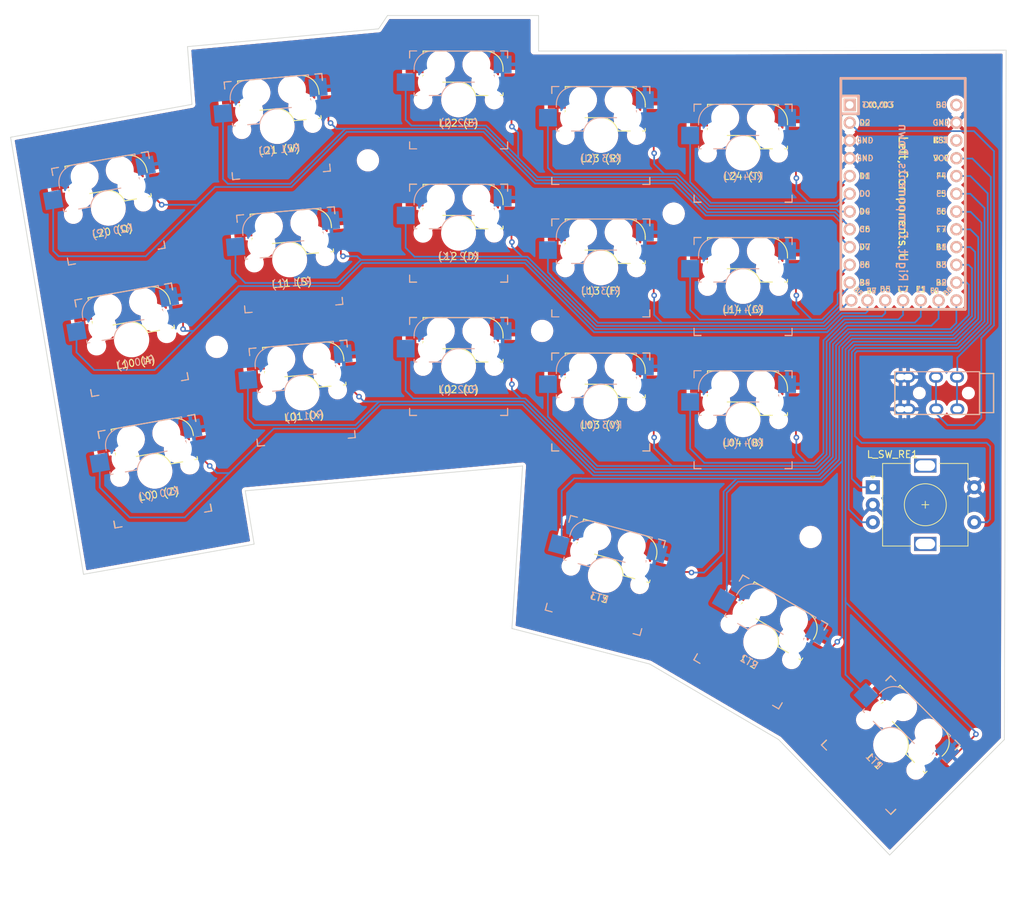
<source format=kicad_pcb>
(kicad_pcb (version 20211014) (generator pcbnew)
  (layers (0 "F.Cu" signal) (31 "B.Cu" signal) (34 "B.Paste" user) (35 "F.Paste" user) (36 "B.SilkS" user "B.Silkscreen") (37 "F.SilkS" user "F.Silkscreen") (38 "B.Mask" user) (39 "F.Mask" user) (44 "Edge.Cuts" user))
  (net 0 "")
  (net 2 "L_R1")
  (net 3 "L_GND")
  (net 4 "L_SW_24")
  (net 5 "L_SW_23")
  (net 6 "L_SW_22")
  (net 7 "L_SW_21")
  (net 8 "L_SW_20")
  (net 9 "L_SW_T3")
  (net 10 "L_SW_T2")
  (net 11 "L_SW_T1")
  (net 12 "L_SW_RE_B")
  (net 13 "L_SW_RE_A")
  (net 14 "L_SW_RE_CLK")
  (net 15 "L_VCC")
  (net 16 "L_SW_14")
  (net 17 "L_SW_13")
  (net 18 "L_SW_12")
  (net 19 "L_SW_01")
  (net 20 "L_SW_00")
  (net 21 "L_RST")
  (net 22 "L_PWR")
  (net 23 "L_SW_11")
  (net 24 "L_SW_10")
  (net 25 "L_SW_04")
  (net 26 "L_SW_03")
  (net 27 "L_SW_02")
  (footprint "Rotary_Encoder:RotaryEncoder_Alps_EC11E-Switch_Vertical_H20mm" (layer "F.Cu") (at 137.922 88.392)
    (fp_text reference "L_SW_RE1")
    (fp_text value "RotaryEncoder_Switch")
  )
  (footprint "burp_fart_keyswitches:Kailh_socket_MX_pads_flipped" (layer "F.Cu") (at 28.702 48.514 10)
    (fp_text reference "L_SW__20")
    (fp_text value "L20 (Q)" hide)
  )
  (footprint "burp_fart_keyswitches:Kailh_socket_MX_pads_flipped" (layer "F.Cu") (at 56.388 74.93 5)
    (fp_text reference "L_SW__01")
    (fp_text value "L01 (X)" hide)
  )
  (footprint "burp_fart_keyswitches:Kailh_socket_MX_pads_flipped" (layer "F.Cu") (at 119.38 78.74)
    (fp_text reference "L_SW__04")
    (fp_text value "L04 (B)" hide)
  )
  (footprint "burp_fart_keyswitches:Kailh_socket_MX_pads_flipped" (layer "F.Cu") (at 99.06 57.03)
    (fp_text reference "L_SW__13")
    (fp_text value "L13 (F)" hide)
  )
  (footprint "MountingHole:MountingHole_2.2mm_M2" (layer "F.Cu") (at 109.474 49.276)
    (fp_text reference "REF**" hide)
    (fp_text value "MountingHole_2.2mm_M2")
  )
  (footprint "burp_fart_keyswitches:Kailh_socket_MX_pads_flipped" (layer "F.Cu") (at 121.92 110.51 -30)
    (fp_text reference "L_SW__T2")
    (fp_text value "LT2" hide)
  )
  (footprint "burp_fart_keyswitches:Kailh_socket_MX_pads_flipped" (layer "F.Cu") (at 99.06 38.1)
    (fp_text reference "L_SW__23")
    (fp_text value "L23 (R)" hide)
  )
  (footprint "burp_fart_keyswitches:TRRS-PJ-320A_reversible" (layer "F.Cu") (at 153.1945 74.93 -90)
    (fp_text reference "L_TRRS1")
    (fp_text value "TRRS")
  )
  (footprint "burp_fart_keyswitches:Kailh_socket_MX_pads_flipped" (layer "F.Cu") (at 99.06 76.2)
    (fp_text reference "L_SW__03")
    (fp_text value "L03 (V)" hide)
  )
  (footprint "burp_fart_keyswitches:Kailh_socket_MX_pads_flipped" (layer "F.Cu") (at 32.035721 67.31 10)
    (fp_text reference "L_SW__10")
    (fp_text value "L10 (A)" hide)
  )
  (footprint "burp_fart_keyswitches:Kailh_socket_MX_pads_flipped" (layer "F.Cu") (at 78.74 52.07)
    (fp_text reference "L_SW__12")
    (fp_text value "L12 (D)" hide)
  )
  (footprint "burp_fart_keyswitches:Kailh_socket_MX_pads_flipped" (layer "F.Cu") (at 54.61 55.88 5)
    (fp_text reference "L_SW__11")
    (fp_text value "L11 (S)" hide)
  )
  (footprint "Keebio-Parts:Elite-C" (layer "F.Cu") (at 142.24 47.70675 -90)
    (fp_text reference "L_EC1" hide)
    (fp_text value "Elite-C" hide)
  )
  (footprint "burp_fart_keyswitches:Kailh_socket_MX_pads_flipped" (layer "F.Cu") (at 119.38 59.69)
    (fp_text reference "L_SW__14")
    (fp_text value "L14 (G)" hide)
  )
  (footprint "burp_fart_keyswitches:Kailh_socket_MX_pads_flipped" (layer "F.Cu") (at 99.7 101 -15)
    (fp_text reference "L_SW__T3")
    (fp_text value "LT3" hide)
  )
  (footprint "burp_fart_keyswitches:Kailh_socket_MX_pads_flipped" (layer "F.Cu") (at 35.358429 86.1 10)
    (fp_text reference "L_SW__00")
    (fp_text value "L00 (Z)" hide)
  )
  (footprint "MountingHole:MountingHole_2.2mm_M2" (layer "F.Cu") (at 90.678 66.04)
    (fp_text reference "REF**" hide)
    (fp_text value "MountingHole_2.2mm_M2")
  )
  (footprint "burp_fart_keyswitches:Kailh_socket_MX_pads_flipped" (layer "F.Cu") (at 78.74 33.02)
    (fp_text reference "L_SW__22")
    (fp_text value "L22 (E)" hide)
  )
  (footprint "burp_fart_keyswitches:Kailh_socket_MX_pads_flipped" (layer "F.Cu") (at 119.38 40.64)
    (fp_text reference "L_SW__24")
    (fp_text value "L24 (T)" hide)
  )
  (footprint "MountingHole:MountingHole_2.2mm_M2" (layer "F.Cu") (at 129.032 95.504)
    (fp_text reference "REF**" hide)
    (fp_text value "MountingHole_2.2mm_M2")
  )
  (footprint "MountingHole:MountingHole_2.2mm_M2" (layer "F.Cu") (at 65.786 41.656)
    (fp_text reference "REF**" hide)
    (fp_text value "MountingHole_2.2mm_M2")
  )
  (footprint "burp_fart_keyswitches:Kailh_socket_MX_pads_flipped" (layer "F.Cu") (at 78.74 71.12)
    (fp_text reference "L_SW__02")
    (fp_text value "L02 (C)" hide)
  )
  (footprint "burp_fart_keyswitches:Kailh_socket_MX_pads_flipped" (layer "F.Cu") (at 140.5 125.26 -45)
    (fp_text reference "L_SW__T1")
    (fp_text value "LT1" hide)
  )
  (footprint "MountingHole:MountingHole_2.2mm_M2" (layer "F.Cu") (at 44.196 68.326)
    (fp_text reference "REF**" hide)
    (fp_text value "MountingHole_2.2mm_M2")
  )
  (footprint "burp_fart_keyswitches:Kailh_socket_MX_pads_flipped" (layer "F.Cu") (at 52.832 36.83 5)
    (fp_text reference "L_SW__21")
    (fp_text value "L21 (W)" hide)
  )
  (footprint "burp_fart_keyswitches:Kailh_socket_MX_pads_flipped" (layer "B.Cu") (at 140.462 125.222 135)
    (fp_text reference "R_SW__T1")
    (fp_text value "RT1" hide)
  )
  (footprint "burp_fart_keyswitches:Kailh_socket_MX_pads_flipped" (layer "B.Cu") (at 99.06 76.2 180)
    (fp_text reference "R_SW__03")
    (fp_text value "R03 (M)" hide)
  )
  (footprint "burp_fart_keyswitches:Kailh_socket_MX_pads_flipped" (layer "B.Cu") (at 121.9 110.5 150)
    (fp_text reference "R_SW__T2")
    (fp_text value "RT2" hide)
  )
  (footprint "burp_fart_keyswitches:Kailh_socket_MX_pads_flipped" (layer "B.Cu") (at 78.74 33.02 180)
    (fp_text reference "R_SW__22")
    (fp_text value "R22 (I)" hide)
  )
  (footprint "burp_fart_keyswitches:Kailh_socket_MX_pads_flipped" (layer "B.Cu") (at 52.832 36.83 -175)
    (fp_text reference "R_SW__21")
    (fp_text value "R21 (O)" hide)
  )
  (footprint "burp_fart_keyswitches:Kailh_socket_MX_pads_flipped" (layer "B.Cu") (at 56.388 74.93 -175)
    (fp_text reference "R_SW__01")
    (fp_text value "R01 (.)" hide)
  )
  (footprint "burp_fart_keyswitches:Kailh_socket_MX_pads_flipped" (layer "B.Cu") (at 78.74 52.07 180)
    (fp_text reference "R_SW__12")
    (fp_text value "R12 (K)" hide)
  )
  (footprint "burp_fart_keyswitches:Kailh_socket_MX_pads_flipped" (layer "B.Cu") (at 28.702 48.514 -170)
    (fp_text reference "R_SW__20")
    (fp_text value "R20 (P)" hide)
  )
  (footprint "burp_fart_keyswitches:Kailh_socket_MX_pads_flipped" (layer "B.Cu") (at 99.06 57.03 180)
    (fp_text reference "R_SW__13")
    (fp_text value "R13 (J)" hide)
  )
  (footprint "burp_fart_keyswitches:Kailh_socket_MX_pads_flipped" (layer "B.Cu") (at 99.06 38.1 180)
    (fp_text reference "R_SW__23")
    (fp_text value "R23 (U)" hide)
  )
  (footprint "burp_fart_keyswitches:Kailh_socket_MX_pads_flipped" (layer "B.Cu") (at 78.74 71.12 180)
    (fp_text reference "R_SW__02")
    (fp_text value "R02 (,)" hide)
  )
  (footprint "burp_fart_keyswitches:Kailh_socket_MX_pads_flipped" (layer "B.Cu") (at 35.306 86.106 -170)
    (fp_text reference "R_SW__00")
    (fp_text value "R00 (/)" hide)
  )
  (footprint "burp_fart_keyswitches:Kailh_socket_MX_pads_flipped" (layer "B.Cu") (at 32.004 67.31 -170)
    (fp_text reference "R_SW__10")
    (fp_text value "R10 (;)" hide)
  )
  (footprint "burp_fart_keyswitches:Kailh_socket_MX_pads_flipped" (layer "B.Cu") (at 54.61 55.88 -175)
    (fp_text reference "R_SW__11")
    (fp_text value "R11 (L)" hide)
  )
  (footprint "burp_fart_keyswitches:Kailh_socket_MX_pads_flipped" (layer "B.Cu") (at 119.38 59.69 180)
    (fp_text reference "R_SW__14")
    (fp_text value "R14 (H)" hide)
  )
  (footprint "burp_fart_keyswitches:Kailh_socket_MX_pads_flipped" (layer "B.Cu") (at 119.38 78.74 180)
    (fp_text reference "R_SW__04")
    (fp_text value "R04 (N)" hide)
  )
  (footprint "burp_fart_keyswitches:Kailh_socket_MX_pads_flipped" (layer "B.Cu") (at 99.7 101 165)
    (fp_text reference "R_SW__T3")
    (fp_text value "RT3" hide)
  )
  (footprint "burp_fart_keyswitches:Kailh_socket_MX_pads_flipped" (layer "B.Cu") (at 119.38 40.64 180)
    (fp_text reference "R_SW__24")
    (fp_text value "R24 (Y)" hide)
  )
  (gr_line (start 86.36 108.585) (end 87.884 85.344) (layer "Edge.Cuts") (width 0.1))
  (gr_line (start 48.26 88.9) (end 49.53 96.52) (layer "Edge.Cuts") (width 0.1))
  (gr_line (start 67.31 22.86) (end 68.58 20.955) (layer "Edge.Cuts") (width 0.1))
  (gr_line (start 140.335 140.97) (end 124.46 124.46) (layer "Edge.Cuts") (width 0.1))
  (gr_line (start 40.005 25.4) (end 67.31 22.86) (layer "Edge.Cuts") (width 0.1))
  (gr_line (start 49.53 96.52) (end 25.146 100.838) (layer "Edge.Cuts") (width 0.1))
  (gr_line (start 90.17 20.955) (end 90.17 26.035) (layer "Edge.Cuts") (width 0.1))
  (gr_line (start 40.64 33.655) (end 40.005 25.4) (layer "Edge.Cuts") (width 0.1))
  (gr_line (start 68.58 20.955) (end 90.17 20.955) (layer "Edge.Cuts") (width 0.1))
  (gr_line (start 90.17 26.035) (end 109.855 26.035) (layer "Edge.Cuts") (width 0.1))
  (gr_line (start 14.732 38.354) (end 40.64 33.655) (layer "Edge.Cuts") (width 0.1))
  (gr_line (start 156.972 25.908) (end 156.718 124.46) (layer "Edge.Cuts") (width 0.1))
  (gr_line (start 25.146 100.838) (end 14.732 38.354) (layer "Edge.Cuts") (width 0.1))
  (gr_line (start 87.884 85.344) (end 48.26 88.9) (layer "Edge.Cuts") (width 0.1))
  (gr_line (start 156.718 124.46) (end 140.335 140.97) (layer "Edge.Cuts") (width 0.1))
  (gr_line (start 106.045 113.665) (end 86.36 108.585) (layer "Edge.Cuts") (width 0.1))
  (gr_line (start 124.46 124.46) (end 106.045 113.665) (layer "Edge.Cuts") (width 0.1))
  (gr_line (start 156.972 25.908) (end 109.855 26.035) (layer "Edge.Cuts") (width 0.1))
  (segment (start 153.416 67.067168) (end 153.416 78.486) (width 0.25) (layer "B.Cu") (net 2))
  (segment (start 135.8213 37.47805) (end 152.37405 37.47805) (width 0.25) (layer "B.Cu") (net 2))
  (segment (start 152.37405 37.47805) (end 155.238 40.342) (width 0.25) (layer "B.Cu") (net 2))
  (segment (start 155.238 65.245168) (end 153.416 67.067168) (width 0.25) (layer "B.Cu") (net 2))
  (segment (start 153.416 78.486) (end 152.4 79.502) (width 0.25) (layer "B.Cu") (net 2))
  (segment (start 152.4 79.502) (end 148.59 79.502) (width 0.25) (layer "B.Cu") (net 2))
  (segment (start 146.9485 72.632) (end 146.9485 77.184) (width 0.25) (layer "B.Cu") (net 2))
  (segment (start 146.9485 77.184) (end 146.9945 77.23) (width 0.25) (layer "B.Cu") (net 2))
  (segment (start 155.238 40.342) (end 155.238 65.245168) (width 0.25) (layer "B.Cu") (net 2))
  (segment (start 148.59 79.502) (end 146.9945 77.9065) (width 0.25) (layer "B.Cu") (net 2))
  (segment (start 146.9945 77.9065) (end 146.9945 77.23) (width 0.25) (layer "B.Cu") (net 2))
  (segment (start 134.62 36.27675) (end 135.8213 37.47805) (width 0.25) (layer "B.Cu") (net 2))
  (segment (start 126.94 44.136) (end 126.94 38.1) (width 0.25) (layer "F.Cu") (net 4))
  (segment (start 127 44.196) (end 126.94 44.136) (width 0.25) (layer "F.Cu") (net 4))
  (via (at 127 44.196) (size 0.8) (drill 0.4) (layers "F.Cu" "B.Cu") (net 4))
  (segment (start 128.756 47.73) (end 127 45.974) (width 0.25) (layer "B.Cu") (net 4))
  (segment (start 133.4187 47.001654) (end 132.690354 47.73) (width 0.25) (layer "B.Cu") (net 4))
  (segment (start 134.62 43.89675) (end 133.4187 45.09805) (width 0.25) (layer "B.Cu") (net 4))
  (segment (start 128.756 47.73) (end 114.791584 47.73) (width 0.25) (layer "B.Cu") (net 4))
  (segment (start 111.82 44.758416) (end 111.82 38.1) (width 0.25) (layer "B.Cu") (net 4))
  (segment (start 127 45.974) (end 127 44.196) (width 0.25) (layer "B.Cu") (net 4))
  (segment (start 133.4187 45.09805) (end 133.4187 47.001654) (width 0.25) (layer "B.Cu") (net 4))
  (segment (start 128.8 47.73) (end 128.756 47.73) (width 0.25) (layer "B.Cu") (net 4))
  (segment (start 114.791584 47.73) (end 111.82 44.758416) (width 0.25) (layer "B.Cu") (net 4))
  (segment (start 132.690354 47.73) (end 128.8 47.73) (width 0.25) (layer "B.Cu") (net 4))
  (segment (start 106.62 40.58) (end 106.62 35.56) (width 0.25) (layer "F.Cu") (net 5))
  (segment (start 106.68 40.64) (end 106.62 40.58) (width 0.25) (layer "F.Cu") (net 5))
  (via (at 106.68 40.64) (size 0.8) (drill 0.4) (layers "F.Cu" "B.Cu") (net 5))
  (segment (start 134.62 46.43675) (end 132.87675 48.18) (width 0.25) (layer "B.Cu") (net 5))
  (segment (start 108.124 43.608) (end 92.376 43.608) (width 0.25) (layer "B.Cu") (net 5))
  (segment (start 114.605188 48.18) (end 110.033188 43.608) (width 0.25) (layer "B.Cu") (net 5))
  (segment (start 132.87675 48.18) (end 114.605188 48.18) (width 0.25) (layer "B.Cu") (net 5))
  (segment (start 108.124 43.608) (end 106.68 42.164) (width 0.25) (layer "B.Cu") (net 5))
  (segment (start 106.68 42.164) (end 106.68 40.64) (width 0.25) (layer "B.Cu") (net 5))
  (segment (start 92.376 43.608) (end 91.5 42.732) (width 0.25) (layer "B.Cu") (net 5))
  (segment (start 91.5 42.732) (end 91.5 35.56) (width 0.25) (layer "B.Cu") (net 5))
  (segment (start 110.033188 43.608) (end 108.124 43.608) (width 0.25) (layer "B.Cu") (net 5))
  (segment (start 86.3 36.77) (end 86.3 30.48) (width 0.25) (layer "F.Cu") (net 6))
  (segment (start 86.36 36.83) (end 86.3 36.77) (width 0.25) (layer "F.Cu") (net 6))
  (via (at 86.36 36.83) (size 0.8) (drill 0.4) (layers "F.Cu" "B.Cu") (net 6))
  (segment (start 87.250396 41.273604) (end 82.668792 36.692) (width 0.25) (layer "B.Cu") (net 6))
  (segment (start 133.096 49.022) (end 132.704 48.63) (width 0.25) (layer "B.Cu") (net 6))
  (segment (start 87.250396 41.273604) (end 87.250396 37.720396) (width 0.25) (layer "B.Cu") (net 6))
  (segment (start 71.18 35.874) (end 71.18 30.48) (width 0.25) (layer "B.Cu") (net 6))
  (segment (start 90.034792 44.058) (end 87.250396 41.273604) (width 0.25) (layer "B.Cu") (net 6))
  (segment (start 71.998 36.692) (end 71.18 35.874) (width 0.25) (layer "B.Cu") (net 6))
  (segment (start 82.668792 36.692) (end 71.998 36.692) (width 0.25) (layer "B.Cu") (net 6))
  (segment (start 114.418792 48.63) (end 109.846792 44.058) (width 0.25) (layer "B.Cu") (net 6))
  (segment (start 133.14125 48.97675) (end 133.096 49.022) (width 0.25) (layer "B.Cu") (net 6))
  (segment (start 134.62 48.97675) (end 133.14125 48.97675) (width 0.25) (layer "B.Cu") (net 6))
  (segment (start 132.704 48.63) (end 114.418792 48.63) (width 0.25) (layer "B.Cu") (net 6))
  (segment (start 109.846792 44.058) (end 90.034792 44.058) (width 0.25) (layer "B.Cu") (net 6))
  (segment (start 87.250396 37.720396) (end 86.36 36.83) (width 0.25) (layer "B.Cu") (net 6))
  (segment (start 60.141856 36.011856) (end 60.141856 33.640768) (width 0.25) (layer "F.Cu") (net 7))
  (segment (start 60.452 36.322) (end 60.141856 36.011856) (width 0.25) (layer "F.Cu") (net 7))
  (via (at 60.452 36.322) (size 0.8) (drill 0.4) (layers "F.Cu" "B.Cu") (net 7))
  (segment (start 62.551604 37.142) (end 61.272 37.142) (width 0.25) (layer "B.Cu") (net 7))
  (segment (start 45.079392 44.317392) (end 45.079392 34.958563) (width 0.25) (layer "B.Cu") (net 7))
  (segment (start 61.272 37.142) (end 60.452 36.322) (width 0.25) (layer "B.Cu") (net 7))
  (segment (start 45.778 45.016) (end 45.079392 44.317392) (width 0.25) (layer "B.Cu") (net 7))
  (segment (start 109.660396 44.508) (end 89.848396 44.508) (width 0.25) (layer "B.Cu") (net 7))
  (segment (start 82.482396 37.142) (end 62.551604 37.142) (width 0.25) (layer "B.Cu") (net 7))
  (segment (start 132.517604 49.08) (end 114.232396 49.08) (width 0.25) (layer "B.Cu") (net 7))
  (segment (start 134.62 51.182396) (end 132.517604 49.08) (width 0.25) (layer "B.Cu") (net 7))
  (segment (start 134.62 51.51675) (end 134.62 51.182396) (width 0.25) (layer "B.Cu") (net 7))
  (segment (start 62.551604 37.142) (end 54.677604 45.016) (width 0.25) (layer "B.Cu") (net 7))
  (segment (start 54.677604 45.016) (end 45.778 45.016) (width 0.25) (layer "B.Cu") (net 7))
  (segment (start 114.232396 49.08) (end 109.660396 44.508) (width 0.25) (layer "B.Cu") (net 7))
  (segment (start 89.848396 44.508) (end 82.482396 37.142) (width 0.25) (layer "B.Cu") (net 7))
  (segment (start 35.70608 47.39008) (end 35.70608 44.699808) (width 0.25) (layer "F.Cu") (net 8))
  (segment (start 36.322 48.006) (end 35.70608 47.39008) (width 0.25) (layer "F.Cu") (net 8))
  (via (at 36.322 48.006) (size 0.8) (drill 0.4) (layers "F.Cu" "B.Cu") (net 8))
  (segment (start 132.331208 49.53) (end 114.046 49.53) (width 0.25) (layer "B.Cu") (net 8))
  (segment (start 82.296 37.592) (end 62.738 37.592) (width 0.25) (layer "B.Cu") (net 8))
  (segment (start 109.474 44.958) (end 89.662 44.958) (width 0.25) (layer "B.Cu") (net 8))
  (segment (start 62.738 37.592) (end 54.864 45.466) (width 0.25) (layer "B.Cu") (net 8))
  (segment (start 134.62 54.05675) (end 133.4187 52.85545) (width 0.25) (layer "B.Cu") (net 8))
  (segment (start 41.275 48.133) (end 34.036 55.372) (width 0.25) (layer "B.Cu") (net 8))
  (segment (start 21.59 55.372) (end 20.815787 54.597787) (width 0.25) (layer "B.Cu") (net 8))
  (segment (start 41.275 48.133) (end 41.148 48.006) (width 0.25) (layer "B.Cu") (net 8))
  (segment (start 54.864 45.466) (end 43.942 45.466) (width 0.25) (layer "B.Cu") (net 8))
  (segment (start 20.815787 54.597787) (end 20.815787 47.325369) (width 0.25) (layer "B.Cu") (net 8))
  (segment (start 89.662 44.958) (end 82.296 37.592) (width 0.25) (layer "B.Cu") (net 8))
  (segment (start 133.4187 52.85545) (end 133.4187 50.617492) (width 0.25) (layer "B.Cu") (net 8))
  (segment (start 34.036 55.372) (end 21.59 55.372) (width 0.25) (layer "B.Cu") (net 8))
  (segment (start 133.4187 50.617492) (end 132.331208 49.53) (width 0.25) (layer "B.Cu") (net 8))
  (segment (start 114.046 49.53) (end 109.474 44.958) (width 0.25) (layer "B.Cu") (net 8))
  (segment (start 41.148 48.006) (end 36.322 48.006) (width 0.25) (layer "B.Cu") (net 8))
  (segment (start 43.942 45.466) (end 41.275 48.133) (width 0.25) (layer "B.Cu") (net 8))
  (segment (start 112.014 100.584) (end 111.93322 100.50322) (width 0.25) (layer "F.Cu") (net 9))
  (segment (start 111.93322 100.50322) (end 107.6598 100.50322) (width 0.25) (layer "F.Cu") (net 9))
  (via (at 112.014 100.584) (size 0.8) (drill 0.4) (layers "F.Cu" "B.Cu") (net 9))
  (segment (start 133.118 84.43998) (end 133.118 68.31796) (width 0.25) (layer "B.Cu") (net 9))
  (segment (start 112.014 100.584) (end 113.81021 100.584) (width 0.25) (layer "B.Cu") (net 9))
  (segment (start 116.60421 97.79) (end 116.60421 89.007394) (width 0.25) (layer "B.Cu") (net 9))
  (segment (start 151.59275 56.59675) (end 149.86 56.59675) (width 0.25) (layer "B.Cu") (net 9))
  (segment (start 116.60421 89.007394) (end 118.386 87.225604) (width 0.25) (layer "B.Cu") (net 9))
  (segment (start 93.472 96.640999) (end 93.472 90.678) (width 0.25) (layer "B.Cu") (net 9))
  (segment (start 93.472 90.678) (end 93.472 88.9) (width 0.25) (layer "B.Cu") (net 9))
  (segment (start 113.81021 100.584) (end 116.60421 97.79) (width 0.25) (layer "B.Cu") (net 9))
  (segment (start 96.266 87.122) (end 96.288 87.144) (width 0.25) (layer "B.Cu") (net 9))
  (segment (start 149.342396 66.686) (end 152.088 63.940396) (width 0.25) (layer "B.Cu") (net 9))
  (segment (start 93.472 88.9) (end 95.25 87.122) (width 0.25) (layer "B.Cu") (net 9))
  (segment (start 118.386 87.144) (end 130.41398 87.144) (width 0.25) (layer "B.Cu") (net 9))
  (segment (start 95.25 87.122) (end 96.266 87.122) (width 0.25) (layer "B.Cu") (net 9))
  (segment (start 152.088 57.092) (end 151.59275 56.59675) (width 0.25) (layer "B.Cu") (net 9))
  (segment (start 96.288 87.144) (end 118.386 87.144) (width 0.25) (layer "B.Cu") (net 9))
  (segment (start 152.088 63.940396) (end 152.088 57.092) (width 0.25) (layer "B.Cu") (net 9))
  (segment (start 118.386 87.225604) (end 118.386 87.144) (width 0.25) (layer "B.Cu") (net 9))
  (segment (start 133.118 68.31796) (end 134.74996 66.686) (width 0.25) (layer "B.Cu") (net 9))
  (segment (start 134.74996 66.686) (end 149.342396 66.686) (width 0.25) (layer "B.Cu") (net 9))
  (segment (start 130.41398 87.144) (end 133.118 84.43998) (width 0.25) (layer "B.Cu") (net 9))
  (segment (start 131.251705 112.080295) (end 129.717152 112.080295) (width 0.25) (layer "F.Cu") (net 10))
  (segment (start 132.842 110.49) (end 131.251705 112.080295) (width 0.25) (layer "F.Cu") (net 10))
  (via (at 132.842 110.49) (size 0.8) (drill 0.4) (layers "F.Cu" "B.Cu") (net 10))
  (segment (start 118.654 87.594) (end 130.600376 87.594) (width 0.25) (layer "B.Cu") (net 10))
  (segment (start 152.538 54.748) (end 151.84675 54.05675) (width 0.25) (layer "B.Cu") (net 10))
  (segment (start 151.84675 54.05675) (end 149.86 54.05675) (width 0.25) (layer "B.Cu") (net 10))
  (segment (start 134.936356 67.136) (end 149.528792 67.136) (width 0.25) (layer "B.Cu") (net 10))
  (segment (start 133.568 109.764) (end 132.842 110.49) (width 0.25) (layer "B.Cu") (net 10))
  (segment (start 149.528792 67.136) (end 152.538 64.126792) (width 0.25) (layer "B.Cu") (net 10))
  (segment (start 117.05421 89.19379) (end 118.654 87.594) (width 0.25) (layer "B.Cu") (net 10))
  (segment (start 133.568 68.504356) (end 134.936356 67.136) (width 0.25) (layer "B.Cu") (net 10))
  (segment (start 133.568 84.626376) (end 133.568 109.764) (width 0.25) (layer "B.Cu") (net 10))
  (segment (start 117.05421 104.747795) (end 117.05421 89.19379) (width 0.25) (layer "B.Cu") (net 10))
  (segment (start 133.568 84.626376) (end 133.568 68.504356) (width 0.25) (layer "B.Cu") (net 10))
  (segment (start 130.600376 87.594) (end 133.568 84.626376) (width 0.25) (layer "B.Cu") (net 10))
  (segment (start 152.538 64.126792) (end 152.538 54.748) (width 0.25) (layer "B.Cu") (net 10))
  (segment (start 152.654 123.721454) (end 147.603778 128.771676) (width 0.25) (layer "F.Cu") (net 11))
  (segment (start 152.654 123.698) (end 152.654 123.721454) (width 0.25) (layer "F.Cu") (net 11))
  (via (at 152.654 123.698) (size 0.8) (drill 0.4) (layers "F.Cu" "B.Cu") (net 11))
  (segment (start 134.018 104.808) (end 134.018 104.234) (width 0.25) (layer "B.Cu") (net 11))
  (segment (start 134.018 115.185897) (end 137.339098 118.506995) (width 0.25) (layer "B.Cu") (net 11))
  (segment (start 135.122752 67.586) (end 134.018 68.690752) (width 0.25) (layer "B.Cu") (net 11))
  (segment (start 152.988 64.313188) (end 149.715188 67.586) (width 0.25) (layer "B.Cu") (net 11))
  (segment (start 149.86 51.51675) (end 151.84675 51.51675) (width 0.25) (layer "B.Cu") (net 11))
  (segment (start 134.018 68.690752) (end 134.018 104.234) (width 0.25) (layer "B.Cu") (net 11))
  (segment (start 152.988 52.658) (end 152.988 64.313188) (width 0.25) (layer "B.Cu") (net 11))
  (segment (start 152.654 123.444) (end 134.018 104.808) (width 0.25) (layer "B.Cu") (net 11))
  (segment (start 151.84675 51.51675) (end 152.988 52.658) (width 0.25) (layer "B.Cu") (net 11))
  (segment (start 152.654 123.698) (end 152.654 123.444) (width 0.25) (layer "B.Cu") (net 11))
  (segment (start 134.018 104.234) (end 134.018 115.185897) (width 0.25) (layer "B.Cu") (net 11))
  (segment (start 149.715188 67.586) (end 135.122752 67.586) (width 0.25) (layer "B.Cu") (net 11))
  (segment (start 134.468 91.542) (end 136.318 93.392) (width 0.25) (layer "B.Cu") (net 12))
  (segment (start 151.892 49.022) (end 153.438 50.568) (width 0.25) (layer "B.Cu") (net 12))
  (segment (start 135.309148 68.036) (end 134.468 68.877148) (width 0.25) (layer "B.Cu") (net 12))
  (segment (start 136.318 93.392) (end 137.922 93.392) (width 0.25) (layer "B.Cu") (net 12))
  (segment (start 134.468 68.877148) (end 134.468 91.542) (width 0.25) (layer "B.Cu") (net 12))
  (segment (start 149.86 48.97675) (end 149.86 49.022) (width 0.25) (layer "B.Cu") (net 12))
  (segment (start 153.438 64.499584) (end 149.901584 68.036) (width 0.25) (layer "B.Cu") (net 12))
  (segment (start 149.86 49.022) (end 151.892 49.022) (width 0.25) (layer "B.Cu") (net 12))
  (segment (start 153.438 50.568) (end 153.438 64.499584) (width 0.25) (layer "B.Cu") (net 12))
  (segment (start 149.901584 68.036) (end 135.309148 68.036) (width 0.25) (layer "B.Cu") (net 12))
  (segment (start 153.888 48.478) (end 153.888 64.68598) (width 0.25) (layer "B.Cu") (net 13))
  (segment (start 136.144 88.392) (end 137.922 88.392) (width 0.25) (layer "B.Cu") (net 13))
  (segment (start 134.918 69.063544) (end 134.918 87.166) (width 0.25) (layer "B.Cu") (net 13))
  (segment (start 134.918 87.166) (end 136.144 88.392) (width 0.25) (layer "B.Cu") (net 13))
  (segment (start 135.495544 68.486) (end 134.918 69.063544) (width 0.25) (layer "B.Cu") (net 13))
  (segment (start 153.888 64.68598) (end 150.08798 68.486) (width 0.25) (layer "B.Cu") (net 13))
  (segment (start 151.84675 46.43675) (end 153.888 48.478) (width 0.25) (layer "B.Cu") (net 13))
  (segment (start 149.86 46.43675) (end 151.84675 46.43675) (width 0.25) (layer "B.Cu") (net 13))
  (segment (start 150.08798 68.486) (end 135.495544 68.486) (width 0.25) (layer "B.Cu") (net 13))
  (segment (start 154.178 82.042) (end 154.686 82.55) (width 0.25) (layer "B.Cu") (net 14))
  (segment (start 135.368 81.084) (end 136.326 82.042) (width 0.25) (layer "B.Cu") (net 14))
  (segment (start 136.326 82.042) (end 154.178 82.042) (width 0.25) (layer "B.Cu") (net 14))
  (segment (start 151.84675 43.89675) (end 154.338 46.388) (width 0.25) (layer "B.Cu") (net 14))
  (segment (start 154.338 64.872376) (end 150.274376 68.936) (width 0.25) (layer "B.Cu") (net 14))
  (segment (start 135.368 69.24994) (end 135.368 81.084) (width 0.25) (layer "B.Cu") (net 14))
  (segment (start 135.68194 68.936) (end 135.368 69.24994) (width 0.25) (layer "B.Cu") (net 14))
  (segment (start 149.86 43.89675) (end 151.84675 43.89675) (width 0.25) (layer "B.Cu") (net 14))
  (segment (start 150.274376 68.936) (end 135.68194 68.936) (width 0.25) (layer "B.Cu") (net 14))
  (segment (start 154.338 46.388) (end 154.338 64.872376) (width 0.25) (layer "B.Cu") (net 14))
  (segment (start 154.258 93.392) (end 152.422 93.392) (width 0.25) (layer "B.Cu") (net 14))
  (segment (start 154.686 82.55) (end 154.686 92.964) (width 0.25) (layer "B.Cu") (net 14))
  (segment (start 154.686 92.964) (end 154.258 93.392) (width 0.25) (layer "B.Cu") (net 14))
  (segment (start 152.146 41.402) (end 154.788 44.044) (width 0.25) (layer "B.Cu") (net 15))
  (segment (start 154.788 65.058772) (end 149.9945 69.852272) (width 0.25) (layer "B.Cu") (net 15))
  (segment (start 149.9945 69.852272) (end 149.9945 72.586) (width 0.25) (layer "B.Cu") (net 15))
  (segment (start 149.9485 72.632) (end 149.9485 77.184) (width 0.25) (layer "B.Cu") (net 15))
  (segment (start 149.86 41.402) (end 152.146 41.402) (width 0.25) (layer "B.Cu") (net 15))
  (segment (start 149.9945 72.586) (end 149.9485 72.632) (width 0.25) (layer "B.Cu") (net 15))
  (segment (start 154.788 44.044) (end 154.788 65.058772) (width 0.25) (layer "B.Cu") (net 15))
  (segment (start 149.9485 77.184) (end 149.9945 77.23) (width 0.25) (layer "B.Cu") (net 15))
  (segment (start 149.86 41.35675) (end 149.86 41.402) (width 0.25) (layer "B.Cu") (net 15))
  (segment (start 127 60.96) (end 126.94 60.9) (width 0.25) (layer "F.Cu") (net 16))
  (segment (start 126.94 60.9) (end 126.94 57.15) (width 0.25) (layer "F.Cu") (net 16))
  (via (at 127 60.96) (size 0.8) (drill 0.4) (layers "F.Cu" "B.Cu") (net 16))
  (segment (start 127 62.23) (end 127 60.96) (width 0.25) (layer "B.Cu") (net 16))
  (segment (start 129.19 64.42) (end 113.188 64.42) (width 0.25) (layer "B.Cu") (net 16))
  (segment (start 130.652 64.42) (end 129.19 64.42) (width 0.25) (layer "B.Cu") (net 16))
  (segment (start 133.35 60.323604) (end 132.896854 60.77675) (width 0.25) (layer "B.Cu") (net 16))
  (segment (start 132.896854 62.175146) (end 130.652 64.42) (width 0.25) (layer "B.Cu") (net 16))
  (segment (start 129.19 64.42) (end 127 62.23) (width 0.25) (layer "B.Cu") (net 16))
  (segment (start 111.82 63.052) (end 111.82 57.15) (width 0.25) (layer "B.Cu") (net 16))
  (segment (start 134.62 56.59675) (end 133.35 57.86675) (width 0.25) (layer "B.Cu") (net 16))
  (segment (start 132.896854 60.77675) (end 132.896854 62.175146) (width 0.25) (layer "B.Cu") (net 16))
  (segment (start 133.35 57.86675) (end 133.35 60.323604) (width 0.25) (layer "B.Cu") (net 16))
  (segment (start 113.188 64.42) (end 111.82 63.052) (width 0.25) (layer "B.Cu") (net 16))
  (segment (start 106.62 60.9) (end 106.62 54.49) (width 0.25) (layer "F.Cu") (net 17))
  (segment (start 106.68 60.96) (end 106.62 60.9) (width 0.25) (layer "F.Cu") (net 17))
  (via (at 106.68 60.96) (size 0.8) (drill 0.4) (layers "F.Cu" "B.Cu") (net 17))
  (segment (start 133.35 60.96) (end 134.62 59.69) (width 0.25) (layer "B.Cu") (net 17))
  (segment (start 98.652 64.87) (end 107.796 64.87) (width 0.25) (layer "B.Cu") (net 17))
  (segment (start 133.35 62.358396) (end 133.35 60.96) (width 0.25) (layer "B.Cu") (net 17))
  (segment (start 91.5 57.664) (end 91.5 54.49) (width 0.25) (layer "B.Cu") (net 17))
  (segment (start 91.975 58.139) (end 91.948 58.166) (width 0.25) (layer "B.Cu") (net 17))
  (segment (start 107.796 64.87) (end 130.838396 64.87) (width 0.25) (layer "B.Cu") (net 17))
  (segment (start 134.62 59.69) (end 134.62 59.13675) (width 0.25) (layer "B.Cu") (net 17))
  (segment (start 106.68 63.754) (end 106.68 60.96) (width 0.25) (layer "B.Cu") (net 17))
  (segment (start 91.975 58.139) (end 91.5 57.664) (width 0.25) (layer "B.Cu") (net 17))
  (segment (start 107.796 64.87) (end 106.68 63.754) (width 0.25) (layer "B.Cu") (net 17))
  (segment (start 130.838396 64.87) (end 133.35 62.358396) (width 0.25) (layer "B.Cu") (net 17))
  (segment (start 91.948 58.166) (end 98.652 64.87) (width 0.25) (layer "B.Cu") (net 17))
  (segment (start 86.36 53.34) (end 86.3 53.28) (width 0.25) (layer "F.Cu") (net 18))
  (segment (start 86.3 53.28) (end 86.3 49.53) (width 0.25) (layer "F.Cu") (net 18))
  (via (at 86.36 53.34) (size 0.8) (drill 0.4) (layers "F.Cu" "B.Cu") (net 18))
  (segment (start 88.577 55.431396) (end 87.824604 55.431396) (width 0.25) (layer "B.Cu") (net 18))
  (segment (start 86.36 53.966792) (end 86.36 53.34) (width 0.25) (layer "B.Cu") (net 18))
  (segment (start 131.024792 65.32) (end 98.465604 65.32) (width 0.25) (layer "B.Cu") (net 18))
  (segment (start 134.668042 61.67675) (end 131.024792 65.32) (width 0.25) (layer "B.Cu") (net 18))
  (segment (start 87.824604 55.431396) (end 72.449396 55.431396) (width 0.25) (layer "B.Cu") (net 18))
  (segment (start 87.824604 55.431396) (end 86.36 53.966792) (width 0.25) (layer "B.Cu") (net 18))
  (segment (start 71.18 54.162) (end 71.18 49.53) (width 0.25) (layer "B.Cu") (net 18))
  (segment (start 72.449396 55.431396) (end 71.18 54.162) (width 0.25) (layer "B.Cu") (net 18))
  (segment (start 134.8486 61.67675) (end 134.668042 61.67675) (width 0.25) (layer "B.Cu") (net 18))
  (segment (start 98.465604 65.32) (end 88.577 55.431396) (width 0.25) (layer "B.Cu") (net 18))
  (segment (start 63.697856 74.619856) (end 63.697856 71.740768) (width 0.25) (layer "F.Cu") (net 19))
  (segment (start 64.516 75.438) (end 63.697856 74.619856) (width 0.25) (layer "F.Cu") (net 19))
  (via (at 64.516 75.438) (size 0.8) (drill 0.4) (layers "F.Cu" "B.Cu") (net 19))
  (segment (start 98.179208 86.244) (end 88.077208 76.142) (width 0.25) (layer "B.Cu") (net 19))
  (segment (start 132.218 84.067188) (end 130.041188 86.244) (width 0.25) (layer "B.Cu") (net 19))
  (segment (start 48.635392 78.607392) (end 48.635392 73.058563) (width 0.25) (layer "B.Cu") (net 19))
  (segment (start 132.218 67.945168) (end 132.218 84.067188) (width 0.25) (layer "B.Cu") (net 19))
  (segment (start 65.22 76.142) (end 64.516 75.438) (width 0.25) (layer "B.Cu") (net 19))
  (segment (start 49.53 79.502) (end 48.635392 78.607392) (width 0.25) (layer "B.Cu") (net 19))
  (segment (start 134.377168 65.786) (end 132.218 67.945168) (width 0.25) (layer "B.Cu") (net 19))
  (segment (start 67.368 76.142) (end 65.22 76.142) (width 0.25) (layer "B.Cu") (net 19))
  (segment (start 149.86 64.895604) (end 148.969604 65.786) (width 0.25) (layer "B.Cu") (net 19))
  (segment (start 148.969604 65.786) (end 134.377168 65.786) (width 0.25) (layer "B.Cu") (net 19))
  (segment (start 67.368 76.142) (end 64.008 79.502) (width 0.25) (layer "B.Cu") (net 19))
  (segment (start 149.86 61.67675) (end 149.86 64.895604) (width 0.25) (layer "B.Cu") (net 19))
  (segment (start 130.041188 86.244) (end 98.179208 86.244) (width 0.25) (layer "B.Cu") (net 19))
  (segment (start 88.077208 76.142) (end 67.368 76.142) (width 0.25) (layer "B.Cu") (net 19))
  (segment (start 64.008 79.502) (end 49.53 79.502) (width 0.25) (layer "B.Cu") (net 19))
  (segment (start 43.18 85.344) (end 42.31008 84.47408) (width 0.25) (layer "F.Cu") (net 20))
  (segment (start 42.31008 84.47408) (end 42.31008 82.291808) (width 0.25) (layer "F.Cu") (net 20))
  (via (at 43.18 85.344) (size 0.8) (drill 0.4) (layers "F.Cu" "B.Cu") (net 20))
  (segment (start 87.890812 76.592) (end 67.554396 76.592) (width 0.25) (layer "B.Cu") (net 20))
  (segment (start 130.227584 86.694) (end 97.992812 86.694) (width 0.25) (layer "B.Cu") (net 20))
  (segment (start 45.974 86.36) (end 44.196 86.36) (width 0.25) (layer "B.Cu") (net 20))
  (segment (start 45.974 86.36) (end 39.624 92.71) (width 0.25) (layer "B.Cu") (net 20))
  (segment (start 132.668 68.131564) (end 132.668 84.253584) (width 0.25) (layer "B.Cu") (net 20))
  (segment (start 67.554396 76.592) (end 64.136396 80.01) (width 0.25) (layer "B.Cu") (net 20))
  (segment (start 27.472216 88.432216) (end 27.472216 84.918483) (width 0.25) (layer "B.Cu") (net 20))
  (segment (start 52.324 80.01) (end 45.974 86.36) (width 0.25) (layer "B.Cu") (net 20))
  (segment (start 149.86 59.13675) (end 151.33875 59.13675) (width 0.25) (layer "B.Cu") (net 20))
  (segment (start 132.668 84.253584) (end 130.227584 86.694) (width 0.25) (layer "B.Cu") (net 20))
  (segment (start 39.624 92.71) (end 31.75 92.71) (width 0.25) (layer "B.Cu") (net 20))
  (segment (start 97.992812 86.694) (end 87.890812 76.592) (width 0.25) (layer "B.Cu") (net 20))
  (segment (start 44.196 86.36) (end 43.18 85.344) (width 0.25) (layer "B.Cu") (net 20))
  (segment (start 151.638 59.436) (end 151.638 63.754) (width 0.25) (layer "B.Cu") (net 20))
  (segment (start 151.638 63.754) (end 149.156 66.236) (width 0.25) (layer "B.Cu") (net 20))
  (segment (start 31.75 92.71) (end 27.472216 88.432216) (width 0.25) (layer "B.Cu") (net 20))
  (segment (start 134.563564 66.236) (end 132.668 68.131564) (width 0.25) (layer "B.Cu") (net 20))
  (segment (start 64.136396 80.01) (end 52.324 80.01) (width 0.25) (layer "B.Cu") (net 20))
  (segment (start 151.33875 59.13675) (end 151.638 59.436) (width 0.25) (layer "B.Cu") (net 20))
  (segment (start 149.156 66.236) (end 134.563564 66.236) (width 0.25) (layer "B.Cu") (net 20))
  (segment (start 62.23 55.372) (end 61.919856 55.061856) (width 0.25) (layer "F.Cu") (net 23))
  (segment (start 61.919856 55.061856) (end 61.919856 52.690768) (width 0.25) (layer "F.Cu") (net 23))
  (via (at 62.23 55.372) (size 0.8) (drill 0.4) (layers "F.Cu" "B.Cu") (net 23))
  (segment (start 46.857392 57.779392) (end 46.857392 54.008563) (width 0.25) (layer "B.Cu") (net 23))
  (segment (start 131.211188 65.77) (end 98.279208 65.77) (width 0.25) (layer "B.Cu") (net 23))
  (segment (start 64.259208 55.372) (end 62.23 55.372) (width 0.25) (layer "B.Cu") (net 23))
  (segment (start 64.768604 55.881396) (end 61.468 59.182) (width 0.25) (layer "B.Cu") (net 23))
  (segment (start 136.906 63.5) (end 133.481188 63.5) (width 0.25) (layer "B.Cu") (net 23))
  (segment (start 137.16 61.67675) (end 137.16 63.246) (width 0.25) (layer "B.Cu") (net 23))
  (segment (start 98.279208 65.77) (end 88.390604 55.881396) (width 0.25) (layer "B.Cu") (net 23))
  (segment (start 133.481188 63.5) (end 131.211188 65.77) (width 0.25) (layer "B.Cu") (net 23))
  (segment (start 88.390604 55.881396) (end 64.768604 55.881396) (width 0.25) (layer "B.Cu") (net 23))
  (segment (start 64.768604 55.881396) (end 64.259208 55.372) (width 0.25) (layer "B.Cu") (net 23))
  (segment (start 137.16 63.246) (end 136.906 63.5) (width 0.25) (layer "B.Cu") (net 23))
  (segment (start 61.468 59.182) (end 48.26 59.182) (width 0.25) (layer "B.Cu") (net 23))
  (segment (start 48.26 59.182) (end 46.857392 57.779392) (width 0.25) (layer "B.Cu") (net 23))
  (segment (start 39.37 65.786) (end 39.37 63.857728) (width 0.25) (layer "F.Cu") (net 24))
  (segment (start 39.37 63.857728) (end 39.00808 63.495808) (width 0.25) (layer "F.Cu") (net 24))
  (via (at 39.37 65.786) (size 0.8) (drill 0.4) (layers "F.Cu" "B.Cu") (net 24))
  (segment (start 39.624 66.04) (end 39.37 65.786) (width 0.25) (layer "B.Cu") (net 24))
  (segment (start 88.204208 56.331396) (end 64.955 56.331396) (width 0.25) (layer "B.Cu") (net 24))
  (segment (start 139.7 63.5) (end 139.25 63.95) (width 0.25) (layer "B.Cu") (net 24))
  (segment (start 133.667584 63.95) (end 131.397584 66.22) (width 0.25) (layer "B.Cu") (net 24))
  (segment (start 40.894 66.04) (end 35.306 71.628) (width 0.25) (layer "B.Cu") (net 24))
  (segment (start 40.894 66.04) (end 39.624 66.04) (width 0.25) (layer "B.Cu") (net 24))
  (segment (start 98.092812 66.22) (end 88.204208 56.331396) (width 0.25) (layer "B.Cu") (net 24))
  (segment (start 26.67 71.628) (end 24.149508 69.107508) (width 0.25) (layer "B.Cu") (net 24))
  (segment (start 64.955 56.331396) (end 61.654396 59.632) (width 0.25) (layer "B.Cu") (net 24))
  (segment (start 47.302 59.632) (end 40.894 66.04) (width 0.25) (layer "B.Cu") (net 24))
  (segment (start 139.25 63.95) (end 133.667584 63.95) (width 0.25) (layer "B.Cu") (net 24))
  (segment (start 24.149508 69.107508) (end 24.149508 66.121369) (width 0.25) (layer "B.Cu") (net 24))
  (segment (start 139.7 61.67675) (end 139.7 63.5) (width 0.25) (layer "B.Cu") (net 24))
  (segment (start 35.306 71.628) (end 26.67 71.628) (width 0.25) (layer "B.Cu") (net 24))
  (segment (start 61.654396 59.632) (end 47.302 59.632) (width 0.25) (layer "B.Cu") (net 24))
  (segment (start 131.397584 66.22) (end 98.092812 66.22) (width 0.25) (layer "B.Cu") (net 24))
  (segment (start 127 81.28) (end 126.94 81.22) (width 0.25) (layer "F.Cu") (net 25))
  (segment (start 126.94 81.22) (end 126.94 76.2) (width 0.25) (layer "F.Cu") (net 25))
  (via (at 127 81.28) (size 0.8) (drill 0.4) (layers "F.Cu" "B.Cu") (net 25))
  (segment (start 113.85 84.894) (end 111.82 82.864) (width 0.25) (layer "B.Cu") (net 25))
  (segment (start 129.482 84.894) (end 128.466 84.894) (width 0.25) (layer "B.Cu") (net 25))
  (segment (start 127 83.428) (end 127 81.28) (width 0.25) (layer "B.Cu") (net 25))
  (segment (start 128.466 84.894) (end 127 83.428) (width 0.25) (layer "B.Cu") (net 25))
  (segment (start 111.82 82.864) (end 111.82 76.2) (width 0.25) (layer "B.Cu") (net 25))
  (segment (start 130.868 67.38598) (end 130.868 83.508) (width 0.25) (layer "B.Cu") (net 25))
  (segment (start 142.24 63.754) (end 141.594 64.4) (width 0.25) (layer "B.Cu") (net 25))
  (segment (start 141.594 64.4) (end 133.85398 64.4) (width 0.25) (layer "B.Cu") (net 25))
  (segment (start 130.868 83.508) (end 129.482 84.894) (width 0.25) (layer "B.Cu") (net 25))
  (segment (start 133.85398 64.4) (end 130.868 67.38598) (width 0.25) (layer "B.Cu") (net 25))
  (segment (start 128.466 84.894) (end 113.85 84.894) (width 0.25) (layer "B.Cu") (net 25))
  (segment (start 142.24 61.67675) (end 142.24 63.754) (width 0.25) (layer "B.Cu") (net 25))
  (segment (start 106.68 81.28) (end 106.62 81.22) (width 0.25) (layer "F.Cu") (net 26))
  (segment (start 106.62 81.22) (end 106.62 73.66) (width 0.25) (layer "F.Cu") (net 26))
  (via (at 106.68 81.28) (size 0.8) (drill 0.4) (layers "F.Cu" "B.Cu") (net 26))
  (segment (start 109.22 85.344) (end 98.552 85.344) (width 0.25) (layer "B.Cu") (net 26))
  (segment (start 98.552 85.344) (end 91.5 78.292) (width 0.25) (layer "B.Cu") (net 26))
  (segment (start 144.78 61.67675) (end 144.78 64.008) (width 0.25) (layer "B.Cu") (net 26))
  (segment (start 131.318 67.572376) (end 131.318 83.694396) (width 0.25) (layer "B.Cu") (net 26))
  (segment (start 106.68 82.804) (end 106.68 81.28) (width 0.25) (layer "B.Cu") (net 26))
  (segment (start 129.668396 85.344) (end 109.22 85.344) (width 0.25) (layer "B.Cu") (net 26))
  (segment (start 144.78 64.008) (end 143.938 64.85) (width 0.25) (layer "B.Cu") (net 26))
  (segment (start 134.040376 64.85) (end 131.318 67.572376) (width 0.25) (layer "B.Cu") (net 26))
  (segment (start 109.22 85.344) (end 106.68 82.804) (width 0.25) (layer "B.Cu") (net 26))
  (segment (start 131.318 83.694396) (end 129.668396 85.344) (width 0.25) (layer "B.Cu") (net 26))
  (segment (start 91.5 78.292) (end 91.5 73.66) (width 0.25) (layer "B.Cu") (net 26))
  (segment (start 143.938 64.85) (end 134.040376 64.85) (width 0.25) (layer "B.Cu") (net 26))
  (segment (start 86.3 73.6) (end 86.3 68.58) (width 0.25) (layer "F.Cu") (net 27))
  (segment (start 86.36 73.66) (end 86.3 73.6) (width 0.25) (layer "F.Cu") (net 27))
  (via (at 86.36 73.66) (size 0.8) (drill 0.4) (layers "F.Cu" "B.Cu") (net 27))
  (segment (start 131.768 67.758772) (end 131.768 83.880792) (width 0.25) (layer "B.Cu") (net 27))
  (segment (start 86.36 74.422) (end 86.36 73.66) (width 0.25) (layer "B.Cu") (net 27))
  (segment (start 72.263 75.692) (end 71.18 74.609) (width 0.25) (layer "B.Cu") (net 27))
  (segment (start 71.18 74.609) (end 71.18 68.58) (width 0.25) (layer "B.Cu") (net 27))
  (segment (start 98.365604 85.794) (end 88.263604 75.692) (width 0.25) (layer "B.Cu") (net 27))
  (segment (start 146.282 65.3) (end 134.226772 65.3) (width 0.25) (layer "B.Cu") (net 27))
  (segment (start 87.63 75.692) (end 86.36 74.422) (width 0.25) (layer "B.Cu") (net 27))
  (segment (start 147.32 61.67675) (end 147.32 64.262) (width 0.25) (layer "B.Cu") (net 27))
  (segment (start 88.263604 75.692) (end 87.63 75.692) (width 0.25) (layer "B.Cu") (net 27))
  (segment (start 87.63 75.692) (end 72.263 75.692) (width 0.25) (layer "B.Cu") (net 27))
  (segment (start 131.768 83.880792) (end 129.854792 85.794) (width 0.25) (layer "B.Cu") (net 27))
  (segment (start 129.854792 85.794) (end 98.365604 85.794) (width 0.25) (layer "B.Cu") (net 27))
  (segment (start 134.226772 65.3) (end 131.768 67.758772) (width 0.25) (layer "B.Cu") (net 27))
  (segment (start 147.32 64.262) (end 146.282 65.3) (width 0.25) (layer "B.Cu") (net 27))
  (zone (net 3) (net_name "L_GND") (layers F&B.Cu) (connect_pads (clearance 0.508)) (min_thickness 0.254) (fill yes (thermal_gap 0.508) (thermal_bridge_width 0.508))
    (polygon (pts (xy 159.258 147.574) (xy 14.224 106.172) (xy 13.218274 19.498411) (xy 159.522274 18.736411)))
  )
)
</source>
